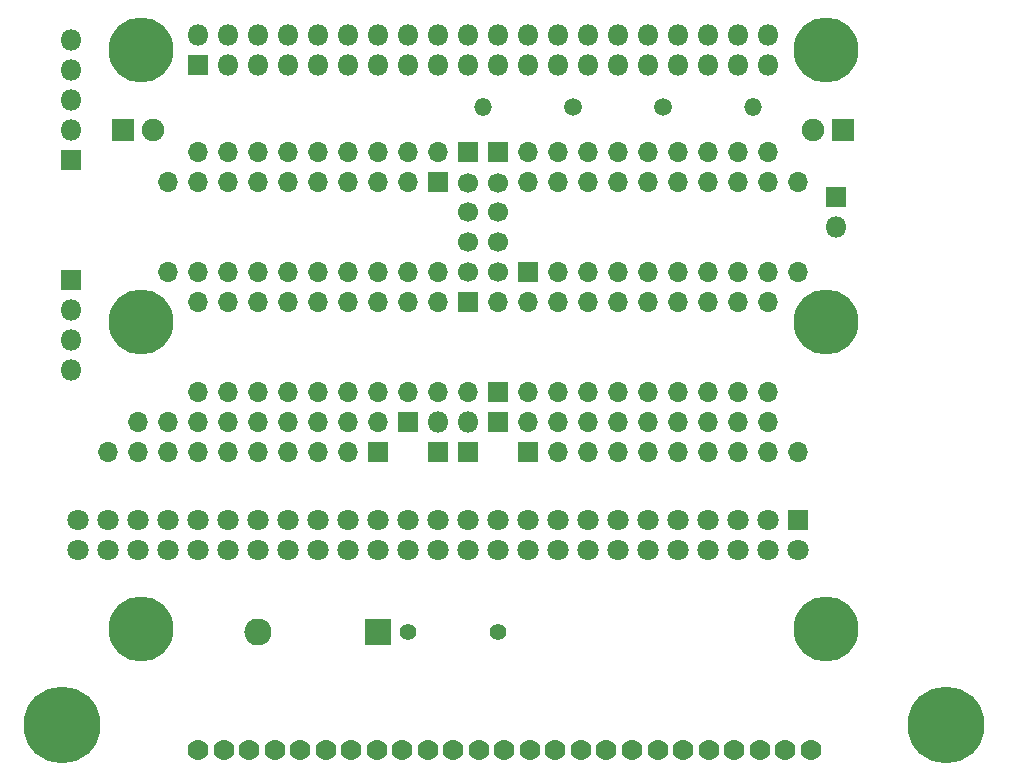
<source format=gbr>
G04 #@! TF.GenerationSoftware,KiCad,Pcbnew,(5.1.6)-1*
G04 #@! TF.CreationDate,2020-08-01T01:33:13+02:00*
G04 #@! TF.ProjectId,rascsi_din,72617363-7369-45f6-9469-6e2e6b696361,rev?*
G04 #@! TF.SameCoordinates,Original*
G04 #@! TF.FileFunction,Soldermask,Top*
G04 #@! TF.FilePolarity,Negative*
%FSLAX46Y46*%
G04 Gerber Fmt 4.6, Leading zero omitted, Abs format (unit mm)*
G04 Created by KiCad (PCBNEW (5.1.6)-1) date 2020-08-01 01:33:13*
%MOMM*%
%LPD*%
G01*
G04 APERTURE LIST*
%ADD10C,1.776400*%
%ADD11C,6.500000*%
%ADD12C,1.700000*%
%ADD13R,2.300000X2.300000*%
%ADD14O,2.300000X2.300000*%
%ADD15C,1.500000*%
%ADD16O,1.500000X1.500000*%
%ADD17R,1.700000X1.700000*%
%ADD18O,1.700000X1.700000*%
%ADD19R,1.800000X1.800000*%
%ADD20C,1.800000*%
%ADD21C,1.422400*%
%ADD22O,1.800000X1.800000*%
%ADD23C,5.500000*%
%ADD24C,0.900000*%
%ADD25R,1.900000X1.900000*%
%ADD26C,1.900000*%
G04 APERTURE END LIST*
D10*
X234720000Y-105255000D03*
X232560000Y-105255000D03*
X230400000Y-105255000D03*
X228240000Y-105255000D03*
X226080000Y-105255000D03*
X223920000Y-105255000D03*
X221760000Y-105255000D03*
X219600000Y-105255000D03*
X217440000Y-105255000D03*
X215280000Y-105255000D03*
X213120000Y-105255000D03*
X210960000Y-105255000D03*
X208800000Y-105255000D03*
X206640000Y-105255000D03*
X204480000Y-105255000D03*
X202320000Y-105255000D03*
X200160000Y-105255000D03*
X198000000Y-105255000D03*
X195840000Y-105255000D03*
X193680000Y-105255000D03*
X191520000Y-105255000D03*
X189360000Y-105255000D03*
X187200000Y-105255000D03*
X185040000Y-105255000D03*
X182880000Y-105255000D03*
D11*
X171375000Y-103110000D03*
X246225000Y-103110000D03*
D12*
X208280000Y-62230000D03*
X208280000Y-64730000D03*
X205740000Y-57190000D03*
X205740000Y-59690000D03*
X205740000Y-64730000D03*
X205740000Y-62230000D03*
X208280000Y-57190000D03*
X208280000Y-59690000D03*
D13*
X198120000Y-95250000D03*
D14*
X187960000Y-95250000D03*
D15*
X222250000Y-50800000D03*
D16*
X229870000Y-50800000D03*
D17*
X208280000Y-77470000D03*
D18*
X210820000Y-77470000D03*
X213360000Y-77470000D03*
X215900000Y-77470000D03*
X218440000Y-77470000D03*
X220980000Y-77470000D03*
X223520000Y-77470000D03*
X226060000Y-77470000D03*
X228600000Y-77470000D03*
X231140000Y-77470000D03*
D17*
X200660000Y-77470000D03*
D18*
X198120000Y-77470000D03*
X195580000Y-77470000D03*
X193040000Y-77470000D03*
X190500000Y-77470000D03*
X187960000Y-77470000D03*
X185420000Y-77470000D03*
X182880000Y-77470000D03*
X180340000Y-77470000D03*
X177800000Y-77470000D03*
D17*
X205740000Y-54610000D03*
D18*
X203200000Y-54610000D03*
X200660000Y-54610000D03*
X198120000Y-54610000D03*
X195580000Y-54610000D03*
X193040000Y-54610000D03*
X190500000Y-54610000D03*
X187960000Y-54610000D03*
X185420000Y-54610000D03*
X182880000Y-54610000D03*
D17*
X210820000Y-64770000D03*
D18*
X233680000Y-57150000D03*
X213360000Y-64770000D03*
X231140000Y-57150000D03*
X215900000Y-64770000D03*
X228600000Y-57150000D03*
X218440000Y-64770000D03*
X226060000Y-57150000D03*
X220980000Y-64770000D03*
X223520000Y-57150000D03*
X223520000Y-64770000D03*
X220980000Y-57150000D03*
X226060000Y-64770000D03*
X218440000Y-57150000D03*
X228600000Y-64770000D03*
X215900000Y-57150000D03*
X231140000Y-64770000D03*
X213360000Y-57150000D03*
X233680000Y-64770000D03*
X210820000Y-57150000D03*
D19*
X233680000Y-85725000D03*
D20*
X233680000Y-88265000D03*
X231140000Y-85725000D03*
X231140000Y-88265000D03*
X228600000Y-85725000D03*
X228600000Y-88265000D03*
X226060000Y-85725000D03*
X226060000Y-88265000D03*
X223520000Y-85725000D03*
X223520000Y-88265000D03*
X220980000Y-85725000D03*
X220980000Y-88265000D03*
X218440000Y-85725000D03*
X218440000Y-88265000D03*
X215900000Y-85725000D03*
X215900000Y-88265000D03*
X213360000Y-85725000D03*
X213360000Y-88265000D03*
X210820000Y-85725000D03*
X210820000Y-88265000D03*
X208280000Y-85725000D03*
X208280000Y-88265000D03*
X205740000Y-85725000D03*
X205740000Y-88265000D03*
X203200000Y-85725000D03*
X203200000Y-88265000D03*
X200660000Y-85725000D03*
X200660000Y-88265000D03*
X198120000Y-85725000D03*
X198120000Y-88265000D03*
X195580000Y-85725000D03*
X195580000Y-88265000D03*
X193040000Y-85725000D03*
X193040000Y-88265000D03*
X190500000Y-85725000D03*
X190500000Y-88265000D03*
X187960000Y-85725000D03*
X187960000Y-88265000D03*
X185420000Y-85725000D03*
X185420000Y-88265000D03*
X182880000Y-85725000D03*
X182880000Y-88265000D03*
X180340000Y-85725000D03*
X180340000Y-88265000D03*
X177800000Y-85725000D03*
X177800000Y-88265000D03*
X175260000Y-85725000D03*
X175260000Y-88265000D03*
X172720000Y-85725000D03*
X172720000Y-88265000D03*
D21*
X200660000Y-95250000D03*
X208280000Y-95250000D03*
D15*
X214630000Y-50800000D03*
D16*
X207010000Y-50800000D03*
D19*
X172085000Y-65405000D03*
D22*
X172085000Y-67945000D03*
X172085000Y-70485000D03*
X172085000Y-73025000D03*
D17*
X198120000Y-80010000D03*
D18*
X195580000Y-80010000D03*
X193040000Y-80010000D03*
X190500000Y-80010000D03*
X187960000Y-80010000D03*
X185420000Y-80010000D03*
X182880000Y-80010000D03*
X180340000Y-80010000D03*
X177800000Y-80010000D03*
X175260000Y-80010000D03*
D19*
X182880000Y-47270000D03*
D22*
X182880000Y-44730000D03*
X185420000Y-47270000D03*
X185420000Y-44730000D03*
X187960000Y-47270000D03*
X187960000Y-44730000D03*
X190500000Y-47270000D03*
X190500000Y-44730000D03*
X193040000Y-47270000D03*
X193040000Y-44730000D03*
X195580000Y-47270000D03*
X195580000Y-44730000D03*
X198120000Y-47270000D03*
X198120000Y-44730000D03*
X200660000Y-47270000D03*
X200660000Y-44730000D03*
X203200000Y-47270000D03*
X203200000Y-44730000D03*
X205740000Y-47270000D03*
X205740000Y-44730000D03*
X208280000Y-47270000D03*
X208280000Y-44730000D03*
X210820000Y-47270000D03*
X210820000Y-44730000D03*
X213360000Y-47270000D03*
X213360000Y-44730000D03*
X215900000Y-47270000D03*
X215900000Y-44730000D03*
X218440000Y-47270000D03*
X218440000Y-44730000D03*
X220980000Y-47270000D03*
X220980000Y-44730000D03*
X223520000Y-47270000D03*
X223520000Y-44730000D03*
X226060000Y-47270000D03*
X226060000Y-44730000D03*
X228600000Y-47270000D03*
X228600000Y-44730000D03*
X231140000Y-47270000D03*
X231140000Y-44730000D03*
D17*
X208280000Y-74930000D03*
D18*
X231140000Y-67310000D03*
X210820000Y-74930000D03*
X228600000Y-67310000D03*
X213360000Y-74930000D03*
X226060000Y-67310000D03*
X215900000Y-74930000D03*
X223520000Y-67310000D03*
X218440000Y-74930000D03*
X220980000Y-67310000D03*
X220980000Y-74930000D03*
X218440000Y-67310000D03*
X223520000Y-74930000D03*
X215900000Y-67310000D03*
X226060000Y-74930000D03*
X213360000Y-67310000D03*
X228600000Y-74930000D03*
X210820000Y-67310000D03*
X231140000Y-74930000D03*
X208280000Y-67310000D03*
D17*
X205740000Y-67310000D03*
D18*
X182880000Y-74930000D03*
X203200000Y-67310000D03*
X185420000Y-74930000D03*
X200660000Y-67310000D03*
X187960000Y-74930000D03*
X198120000Y-67310000D03*
X190500000Y-74930000D03*
X195580000Y-67310000D03*
X193040000Y-74930000D03*
X193040000Y-67310000D03*
X195580000Y-74930000D03*
X190500000Y-67310000D03*
X198120000Y-74930000D03*
X187960000Y-67310000D03*
X200660000Y-74930000D03*
X185420000Y-67310000D03*
X203200000Y-74930000D03*
X182880000Y-67310000D03*
X205740000Y-74930000D03*
D17*
X203200000Y-57150000D03*
D18*
X180340000Y-64770000D03*
X200660000Y-57150000D03*
X182880000Y-64770000D03*
X198120000Y-57150000D03*
X185420000Y-64770000D03*
X195580000Y-57150000D03*
X187960000Y-64770000D03*
X193040000Y-57150000D03*
X190500000Y-64770000D03*
X190500000Y-57150000D03*
X193040000Y-64770000D03*
X187960000Y-57150000D03*
X195580000Y-64770000D03*
X185420000Y-57150000D03*
X198120000Y-64770000D03*
X182880000Y-57150000D03*
X200660000Y-64770000D03*
X180340000Y-57150000D03*
X203200000Y-64770000D03*
D17*
X210820000Y-80010000D03*
D18*
X213360000Y-80010000D03*
X215900000Y-80010000D03*
X218440000Y-80010000D03*
X220980000Y-80010000D03*
X223520000Y-80010000D03*
X226060000Y-80010000D03*
X228600000Y-80010000D03*
X231140000Y-80010000D03*
X233680000Y-80010000D03*
D17*
X208280000Y-54610000D03*
D18*
X210820000Y-54610000D03*
X213360000Y-54610000D03*
X215900000Y-54610000D03*
X218440000Y-54610000D03*
X220980000Y-54610000D03*
X223520000Y-54610000D03*
X226060000Y-54610000D03*
X228600000Y-54610000D03*
X231140000Y-54610000D03*
D19*
X203200000Y-80010000D03*
D22*
X203200000Y-77470000D03*
D19*
X205740000Y-80010000D03*
D22*
X205740000Y-77470000D03*
D19*
X172085000Y-55245000D03*
D22*
X172085000Y-52705000D03*
X172085000Y-50165000D03*
X172085000Y-47625000D03*
X172085000Y-45085000D03*
D23*
X236000000Y-95000000D03*
D24*
X238025000Y-95000000D03*
X237431891Y-96431891D03*
X236000000Y-97025000D03*
X234568109Y-96431891D03*
X233975000Y-95000000D03*
X234568109Y-93568109D03*
X236000000Y-92975000D03*
X237431891Y-93568109D03*
D23*
X178000000Y-95000000D03*
D24*
X180025000Y-95000000D03*
X179431891Y-96431891D03*
X178000000Y-97025000D03*
X176568109Y-96431891D03*
X175975000Y-95000000D03*
X176568109Y-93568109D03*
X178000000Y-92975000D03*
X179431891Y-93568109D03*
D23*
X236000000Y-69000000D03*
D24*
X238025000Y-69000000D03*
X237431891Y-70431891D03*
X236000000Y-71025000D03*
X234568109Y-70431891D03*
X233975000Y-69000000D03*
X234568109Y-67568109D03*
X236000000Y-66975000D03*
X237431891Y-67568109D03*
D23*
X178000000Y-69000000D03*
D24*
X180025000Y-69000000D03*
X179431891Y-70431891D03*
X178000000Y-71025000D03*
X176568109Y-70431891D03*
X175975000Y-69000000D03*
X176568109Y-67568109D03*
X178000000Y-66975000D03*
X179431891Y-67568109D03*
D23*
X236000000Y-46000000D03*
D24*
X238025000Y-46000000D03*
X237431891Y-47431891D03*
X236000000Y-48025000D03*
X234568109Y-47431891D03*
X233975000Y-46000000D03*
X234568109Y-44568109D03*
X236000000Y-43975000D03*
X237431891Y-44568109D03*
D23*
X178000000Y-46000000D03*
D24*
X180025000Y-46000000D03*
X179431891Y-47431891D03*
X178000000Y-48025000D03*
X176568109Y-47431891D03*
X175975000Y-46000000D03*
X176568109Y-44568109D03*
X178000000Y-43975000D03*
X179431891Y-44568109D03*
D25*
X176530000Y-52705000D03*
D26*
X179070000Y-52705000D03*
D25*
X237490000Y-52705000D03*
D26*
X234950000Y-52705000D03*
D19*
X236855000Y-58420000D03*
D22*
X236855000Y-60960000D03*
M02*

</source>
